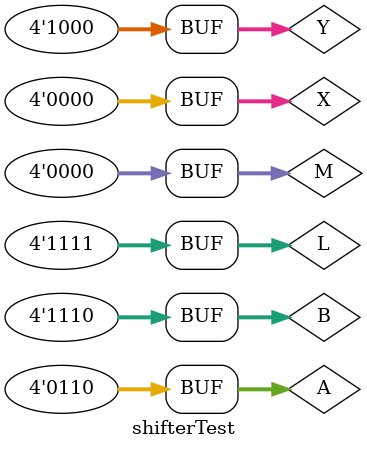
<source format=v>
module shifterTest;

reg [3:0] Y;
reg [3:0] A;
reg [3:0] X;
reg [3:0] L,B,M;




	initial begin

	A = 4'b0110;
	Y = (A << 1);
	Y = (Y << 1);
	X = (Y << 1);

	B = 4'b1110;

	L = $signed(B) >>> 1;
	M = (Y <<< 1);
		
	

	
		$display ("\nShifter Test 2");

		$monitor ("%b %b  %b  %b  %b  %b",A , Y, X, B, L, M);



	end




endmodule
</source>
